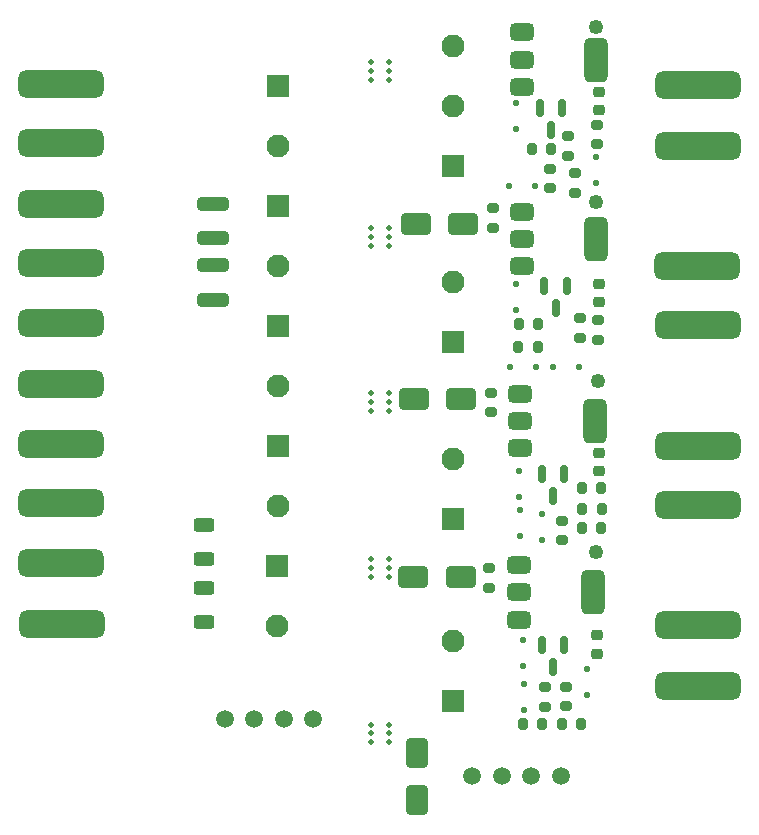
<source format=gbr>
%TF.GenerationSoftware,KiCad,Pcbnew,7.0.11*%
%TF.CreationDate,2025-09-12T17:02:42-04:00*%
%TF.ProjectId,14.1.7 - PMOS - PLC Connector Combined,31342e31-2e37-4202-9d20-504d4f53202d,rev?*%
%TF.SameCoordinates,Original*%
%TF.FileFunction,Soldermask,Top*%
%TF.FilePolarity,Negative*%
%FSLAX46Y46*%
G04 Gerber Fmt 4.6, Leading zero omitted, Abs format (unit mm)*
G04 Created by KiCad (PCBNEW 7.0.11) date 2025-09-12 17:02:42*
%MOMM*%
%LPD*%
G01*
G04 APERTURE LIST*
G04 Aperture macros list*
%AMRoundRect*
0 Rectangle with rounded corners*
0 $1 Rounding radius*
0 $2 $3 $4 $5 $6 $7 $8 $9 X,Y pos of 4 corners*
0 Add a 4 corners polygon primitive as box body*
4,1,4,$2,$3,$4,$5,$6,$7,$8,$9,$2,$3,0*
0 Add four circle primitives for the rounded corners*
1,1,$1+$1,$2,$3*
1,1,$1+$1,$4,$5*
1,1,$1+$1,$6,$7*
1,1,$1+$1,$8,$9*
0 Add four rect primitives between the rounded corners*
20,1,$1+$1,$2,$3,$4,$5,0*
20,1,$1+$1,$4,$5,$6,$7,0*
20,1,$1+$1,$6,$7,$8,$9,0*
20,1,$1+$1,$8,$9,$2,$3,0*%
G04 Aperture macros list end*
%ADD10RoundRect,0.200000X-0.275000X0.200000X-0.275000X-0.200000X0.275000X-0.200000X0.275000X0.200000X0*%
%ADD11RoundRect,0.125000X0.125000X-0.125000X0.125000X0.125000X-0.125000X0.125000X-0.125000X-0.125000X0*%
%ADD12C,1.950000*%
%ADD13R,1.950000X1.950000*%
%ADD14RoundRect,0.572500X-3.045750X-0.572500X3.045750X-0.572500X3.045750X0.572500X-3.045750X0.572500X0*%
%ADD15C,0.500000*%
%ADD16RoundRect,0.200000X0.275000X-0.200000X0.275000X0.200000X-0.275000X0.200000X-0.275000X-0.200000X0*%
%ADD17RoundRect,0.218750X0.256250X-0.218750X0.256250X0.218750X-0.256250X0.218750X-0.256250X-0.218750X0*%
%ADD18RoundRect,0.125000X-0.125000X0.125000X-0.125000X-0.125000X0.125000X-0.125000X0.125000X0.125000X0*%
%ADD19C,1.250000*%
%ADD20RoundRect,0.200000X0.200000X0.275000X-0.200000X0.275000X-0.200000X-0.275000X0.200000X-0.275000X0*%
%ADD21RoundRect,0.250000X-0.650000X1.000000X-0.650000X-1.000000X0.650000X-1.000000X0.650000X1.000000X0*%
%ADD22RoundRect,0.150000X-0.150000X0.587500X-0.150000X-0.587500X0.150000X-0.587500X0.150000X0.587500X0*%
%ADD23RoundRect,0.200000X-0.200000X-0.275000X0.200000X-0.275000X0.200000X0.275000X-0.200000X0.275000X0*%
%ADD24RoundRect,0.375000X-0.625000X-0.375000X0.625000X-0.375000X0.625000X0.375000X-0.625000X0.375000X0*%
%ADD25RoundRect,0.500000X-0.500000X-1.400000X0.500000X-1.400000X0.500000X1.400000X-0.500000X1.400000X0*%
%ADD26RoundRect,0.250000X-1.000000X-0.650000X1.000000X-0.650000X1.000000X0.650000X-1.000000X0.650000X0*%
%ADD27RoundRect,0.125000X-0.125000X-0.125000X0.125000X-0.125000X0.125000X0.125000X-0.125000X0.125000X0*%
%ADD28RoundRect,0.250000X1.075000X-0.312500X1.075000X0.312500X-1.075000X0.312500X-1.075000X-0.312500X0*%
%ADD29RoundRect,0.250000X0.625000X-0.312500X0.625000X0.312500X-0.625000X0.312500X-0.625000X-0.312500X0*%
%ADD30C,1.498600*%
%ADD31RoundRect,0.125000X0.125000X0.125000X-0.125000X0.125000X-0.125000X-0.125000X0.125000X-0.125000X0*%
G04 APERTURE END LIST*
D10*
%TO.C,R3*%
X110880000Y-82750000D03*
X110880000Y-84400000D03*
%TD*%
%TO.C,R7*%
X110530000Y-113230000D03*
X110530000Y-114880000D03*
%TD*%
D11*
%TO.C,D13*%
X118840000Y-123980000D03*
X118840000Y-121780000D03*
%TD*%
D12*
%TO.C,J317*%
X107500000Y-89000000D03*
D13*
X107500000Y-94080000D03*
%TD*%
D14*
%TO.C,J302*%
X128210000Y-118050000D03*
%TD*%
D15*
%TO.C,mouse-bite-2mm-slot*%
X100550000Y-85890000D03*
X102050000Y-85890000D03*
X100550000Y-85140000D03*
X102050000Y-85140000D03*
X100550000Y-84390000D03*
X102050000Y-84390000D03*
%TD*%
D16*
%TO.C,R17*%
X119660000Y-77310000D03*
X119660000Y-75660000D03*
%TD*%
D15*
%TO.C,mouse-bite-2mm-slot*%
X100550000Y-127950000D03*
X102050000Y-127950000D03*
X100550000Y-127200000D03*
X102050000Y-127200000D03*
X100550000Y-126450000D03*
X102050000Y-126450000D03*
%TD*%
D17*
%TO.C,D3*%
X119690000Y-120455000D03*
X119690000Y-118880000D03*
%TD*%
D14*
%TO.C,J310*%
X128240000Y-72320000D03*
%TD*%
D18*
%TO.C,D7*%
X115040000Y-108642500D03*
X115040000Y-110842500D03*
%TD*%
D19*
%TO.C,J324*%
X119800000Y-97400000D03*
%TD*%
D16*
%TO.C,R5*%
X116700000Y-110840000D03*
X116700000Y-109190000D03*
%TD*%
D18*
%TO.C,D14*%
X113190000Y-108302500D03*
X113190000Y-110502500D03*
%TD*%
D19*
%TO.C,J325*%
X119600000Y-111800000D03*
%TD*%
D20*
%TO.C,R21*%
X114685000Y-92570000D03*
X113035000Y-92570000D03*
%TD*%
%TO.C,R14*%
X120025000Y-109800000D03*
X118375000Y-109800000D03*
%TD*%
D14*
%TO.C,J210*%
X74278250Y-72187224D03*
%TD*%
D18*
%TO.C,D11*%
X113110000Y-104942500D03*
X113110000Y-107142500D03*
%TD*%
D17*
%TO.C,D1*%
X119820000Y-74437500D03*
X119820000Y-72862500D03*
%TD*%
D14*
%TO.C,J209*%
X74278250Y-77245000D03*
%TD*%
D10*
%TO.C,R6*%
X110680000Y-98335000D03*
X110680000Y-99985000D03*
%TD*%
D21*
%TO.C,D303*%
X104400000Y-128862500D03*
X104400000Y-132862500D03*
%TD*%
D22*
%TO.C,Q1*%
X116880000Y-119700000D03*
X114980000Y-119700000D03*
X115930000Y-121575000D03*
%TD*%
D23*
%TO.C,R18*%
X118415000Y-108200000D03*
X120065000Y-108200000D03*
%TD*%
D14*
%TO.C,J314*%
X128230000Y-102820000D03*
%TD*%
%TO.C,J311*%
X128260000Y-92650000D03*
%TD*%
D24*
%TO.C,Q8*%
X113170000Y-98420000D03*
X113170000Y-100720000D03*
X113170000Y-103020000D03*
D25*
X119470000Y-100720000D03*
%TD*%
D14*
%TO.C,J206*%
X74308250Y-92488334D03*
%TD*%
D11*
%TO.C,D6*%
X112830000Y-91357500D03*
X112830000Y-89157500D03*
%TD*%
D14*
%TO.C,J306*%
X128180000Y-87590000D03*
%TD*%
%TO.C,J307*%
X128230000Y-123140000D03*
%TD*%
D26*
%TO.C,D302*%
X104120000Y-113990000D03*
X108120000Y-113990000D03*
%TD*%
D24*
%TO.C,Q6*%
X113300000Y-83007500D03*
X113300000Y-85307500D03*
X113300000Y-87607500D03*
D25*
X119600000Y-85307500D03*
%TD*%
D23*
%TO.C,R12*%
X118375000Y-106400000D03*
X120025000Y-106400000D03*
%TD*%
D27*
%TO.C,D15*%
X112350000Y-96140000D03*
X114550000Y-96140000D03*
%TD*%
D14*
%TO.C,J202*%
X74298250Y-112799446D03*
%TD*%
%TO.C,J309*%
X128230000Y-77420000D03*
%TD*%
D22*
%TO.C,Q2*%
X116900000Y-105240000D03*
X115000000Y-105240000D03*
X115950000Y-107115000D03*
%TD*%
D11*
%TO.C,D5*%
X112800000Y-76017500D03*
X112800000Y-73817500D03*
%TD*%
D16*
%TO.C,R10*%
X119780000Y-93860000D03*
X119780000Y-92210000D03*
%TD*%
D28*
%TO.C,R204*%
X87200000Y-85262500D03*
X87200000Y-82337500D03*
%TD*%
D12*
%TO.C,J222*%
X92640000Y-97740000D03*
D13*
X92640000Y-92660000D03*
%TD*%
D14*
%TO.C,J203*%
X74308250Y-107721668D03*
%TD*%
D11*
%TO.C,D12*%
X113460000Y-125200000D03*
X113460000Y-123000000D03*
%TD*%
D29*
%TO.C,R202*%
X86400000Y-112462500D03*
X86400000Y-109537500D03*
%TD*%
D23*
%TO.C,R20*%
X113020000Y-94460000D03*
X114670000Y-94460000D03*
%TD*%
%TO.C,R4*%
X114135000Y-77680000D03*
X115785000Y-77680000D03*
%TD*%
D14*
%TO.C,J315*%
X128210000Y-107880000D03*
%TD*%
%TO.C,J208*%
X74298250Y-82342778D03*
%TD*%
D12*
%TO.C,J224*%
X92600000Y-118060000D03*
D13*
X92600000Y-112980000D03*
%TD*%
D12*
%TO.C,J320*%
X107500000Y-104000000D03*
D13*
X107500000Y-109080000D03*
%TD*%
D26*
%TO.C,D301*%
X104160000Y-98860000D03*
X108160000Y-98860000D03*
%TD*%
D29*
%TO.C,R201*%
X86400000Y-117800000D03*
X86400000Y-114875000D03*
%TD*%
D22*
%TO.C,Q3*%
X117120000Y-89315000D03*
X115220000Y-89315000D03*
X116170000Y-91190000D03*
%TD*%
D30*
%TO.C,J226*%
X95660000Y-125970000D03*
X93160000Y-125970000D03*
X90660000Y-125970000D03*
X88160000Y-125970000D03*
%TD*%
D14*
%TO.C,J201*%
X74370000Y-117920000D03*
%TD*%
D20*
%TO.C,R8*%
X115040000Y-126430000D03*
X113390000Y-126430000D03*
%TD*%
D23*
%TO.C,R11*%
X116690000Y-126380000D03*
X118340000Y-126380000D03*
%TD*%
D31*
%TO.C,D10*%
X118160000Y-96160000D03*
X115960000Y-96160000D03*
%TD*%
D12*
%TO.C,J318*%
X107500000Y-69000000D03*
X107500000Y-74080000D03*
D13*
X107500000Y-79160000D03*
%TD*%
D24*
%TO.C,Q5*%
X113300000Y-67840000D03*
X113300000Y-70140000D03*
X113300000Y-72440000D03*
D25*
X119600000Y-70140000D03*
%TD*%
D16*
%TO.C,R9*%
X117850000Y-81405000D03*
X117850000Y-79755000D03*
%TD*%
D17*
%TO.C,D4*%
X119820000Y-104987500D03*
X119820000Y-103412500D03*
%TD*%
D19*
%TO.C,J323*%
X119600000Y-67400000D03*
%TD*%
D27*
%TO.C,D16*%
X112230000Y-80860000D03*
X114430000Y-80860000D03*
%TD*%
D16*
%TO.C,R19*%
X115260000Y-124935000D03*
X115260000Y-123285000D03*
%TD*%
D10*
%TO.C,R15*%
X118220000Y-92030000D03*
X118220000Y-93680000D03*
%TD*%
D15*
%TO.C,mouse-bite-2mm-slot*%
X100550000Y-99910000D03*
X102050000Y-99910000D03*
X100550000Y-99160000D03*
X102050000Y-99160000D03*
X100550000Y-98410000D03*
X102050000Y-98410000D03*
%TD*%
D26*
%TO.C,D309*%
X104360000Y-84070000D03*
X108360000Y-84070000D03*
%TD*%
D15*
%TO.C,mouse-bite-2mm-slot*%
X100550000Y-113920000D03*
X102050000Y-113920000D03*
X100550000Y-113170000D03*
X102050000Y-113170000D03*
X100550000Y-112420000D03*
X102050000Y-112420000D03*
%TD*%
D28*
%TO.C,R203*%
X87200000Y-90462500D03*
X87200000Y-87537500D03*
%TD*%
D19*
%TO.C,J322*%
X119600000Y-82200000D03*
%TD*%
D22*
%TO.C,Q4*%
X116710000Y-74272500D03*
X114810000Y-74272500D03*
X115760000Y-76147500D03*
%TD*%
D14*
%TO.C,J204*%
X74298250Y-102653890D03*
%TD*%
%TO.C,J207*%
X74308250Y-87400556D03*
%TD*%
%TO.C,J205*%
X74280000Y-97590000D03*
%TD*%
D12*
%TO.C,J221*%
X92640000Y-107900000D03*
D13*
X92640000Y-102820000D03*
%TD*%
D11*
%TO.C,D8*%
X113450000Y-121457500D03*
X113450000Y-119257500D03*
%TD*%
D12*
%TO.C,J223*%
X92640000Y-77420000D03*
D13*
X92640000Y-72340000D03*
%TD*%
D24*
%TO.C,Q10*%
X113040000Y-112960000D03*
X113040000Y-115260000D03*
X113040000Y-117560000D03*
D25*
X119340000Y-115260000D03*
%TD*%
D12*
%TO.C,J225*%
X92640000Y-87580000D03*
D13*
X92640000Y-82500000D03*
%TD*%
D17*
%TO.C,D2*%
X119820000Y-90710000D03*
X119820000Y-89135000D03*
%TD*%
D10*
%TO.C,R13*%
X117040000Y-123265000D03*
X117040000Y-124915000D03*
%TD*%
D15*
%TO.C,mouse-bite-2mm-slot*%
X100540000Y-71860000D03*
X102040000Y-71860000D03*
X100540000Y-71110000D03*
X102040000Y-71110000D03*
X100540000Y-70360000D03*
X102040000Y-70360000D03*
%TD*%
D16*
%TO.C,R1*%
X115700000Y-81025000D03*
X115700000Y-79375000D03*
%TD*%
D11*
%TO.C,D9*%
X119590000Y-80600000D03*
X119590000Y-78400000D03*
%TD*%
D12*
%TO.C,J319*%
X107500000Y-119400000D03*
D13*
X107500000Y-124480000D03*
%TD*%
D16*
%TO.C,R2*%
X117260000Y-78270000D03*
X117260000Y-76620000D03*
%TD*%
D30*
%TO.C,J321*%
X116620000Y-130760000D03*
X114120000Y-130760000D03*
X111620000Y-130760000D03*
X109120000Y-130760000D03*
%TD*%
M02*

</source>
